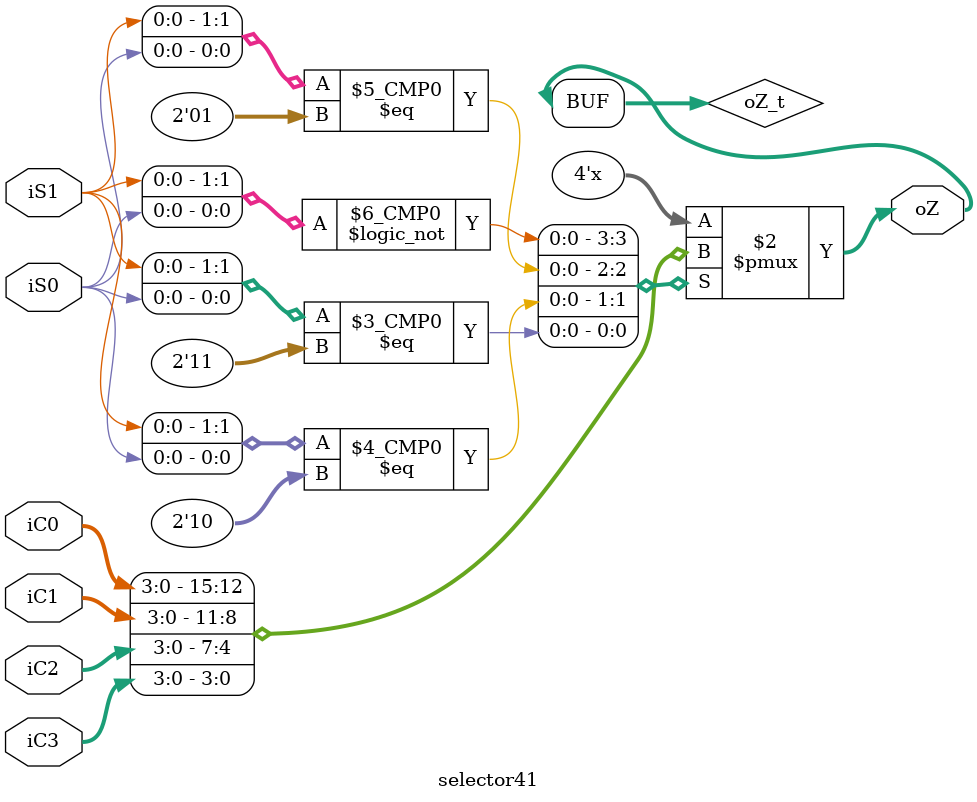
<source format=v>
`timescale 1ns / 1ps


module selector41(
    input [3:0] iC0,
    input [3:0] iC1,
    input [3:0] iC2,
    input [3:0] iC3,
    input iS1,
    input iS0,
    output [3:0] oZ
    );
    
    reg[3:0]    oZ_t;
    always @(*)
    begin
        case ({iS1,iS0})
            2'b00:  oZ_t=iC0;
            2'b01:  oZ_t=iC1;
            2'b10:  oZ_t=iC2;
            2'b11:  oZ_t=iC3;
        endcase
    end
    assign oZ=oZ_t;            
endmodule

</source>
